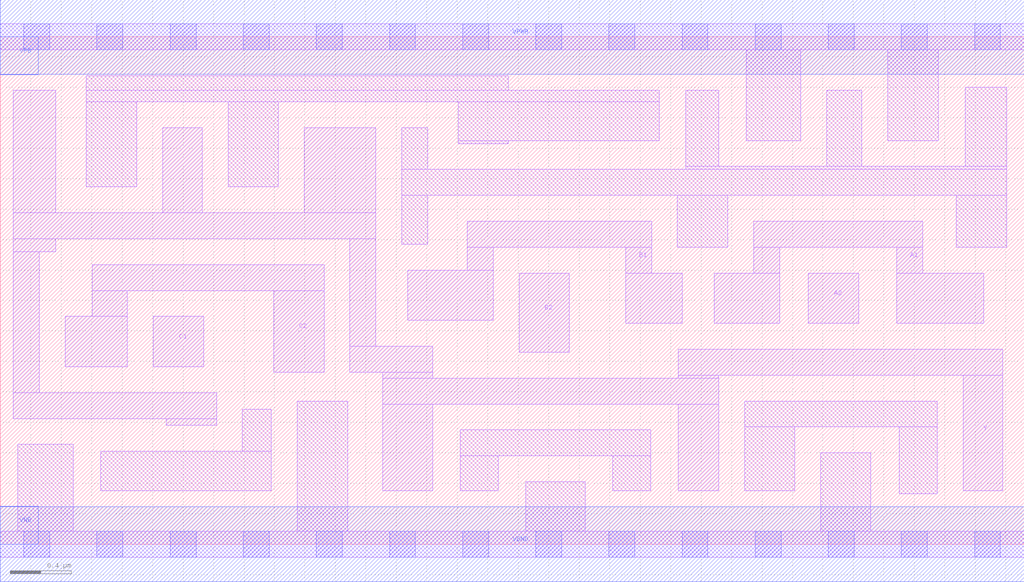
<source format=lef>
# Copyright 2020 The SkyWater PDK Authors
#
# Licensed under the Apache License, Version 2.0 (the "License");
# you may not use this file except in compliance with the License.
# You may obtain a copy of the License at
#
#     https://www.apache.org/licenses/LICENSE-2.0
#
# Unless required by applicable law or agreed to in writing, software
# distributed under the License is distributed on an "AS IS" BASIS,
# WITHOUT WARRANTIES OR CONDITIONS OF ANY KIND, either express or implied.
# See the License for the specific language governing permissions and
# limitations under the License.
#
# SPDX-License-Identifier: Apache-2.0

VERSION 5.5 ;
NAMESCASESENSITIVE ON ;
BUSBITCHARS "[]" ;
DIVIDERCHAR "/" ;
MACRO sky130_fd_sc_hs__a222oi_2
  CLASS CORE ;
  SOURCE USER ;
  ORIGIN  0.000000  0.000000 ;
  SIZE  6.720000 BY  3.330000 ;
  SYMMETRY X Y ;
  SITE unit ;
  PIN A1
    ANTENNAGATEAREA  0.492000 ;
    DIRECTION INPUT ;
    USE SIGNAL ;
    PORT
      LAYER li1 ;
        RECT 4.685000 1.450000 5.115000 1.780000 ;
        RECT 4.945000 1.780000 5.115000 1.950000 ;
        RECT 4.945000 1.950000 6.055000 2.120000 ;
        RECT 5.885000 1.450000 6.455000 1.780000 ;
        RECT 5.885000 1.780000 6.055000 1.950000 ;
    END
  END A1
  PIN A2
    ANTENNAGATEAREA  0.492000 ;
    DIRECTION INPUT ;
    USE SIGNAL ;
    PORT
      LAYER li1 ;
        RECT 5.305000 1.450000 5.635000 1.780000 ;
    END
  END A2
  PIN B1
    ANTENNAGATEAREA  0.492000 ;
    DIRECTION INPUT ;
    USE SIGNAL ;
    PORT
      LAYER li1 ;
        RECT 2.675000 1.470000 3.235000 1.800000 ;
        RECT 3.065000 1.800000 3.235000 1.950000 ;
        RECT 3.065000 1.950000 4.275000 2.120000 ;
        RECT 4.105000 1.450000 4.475000 1.780000 ;
        RECT 4.105000 1.780000 4.275000 1.950000 ;
    END
  END B1
  PIN B2
    ANTENNAGATEAREA  0.492000 ;
    DIRECTION INPUT ;
    USE SIGNAL ;
    PORT
      LAYER li1 ;
        RECT 3.405000 1.260000 3.735000 1.780000 ;
    END
  END B2
  PIN C1
    ANTENNAGATEAREA  0.492000 ;
    DIRECTION INPUT ;
    USE SIGNAL ;
    PORT
      LAYER li1 ;
        RECT 1.005000 1.165000 1.335000 1.495000 ;
    END
  END C1
  PIN C2
    ANTENNAGATEAREA  0.492000 ;
    DIRECTION INPUT ;
    USE SIGNAL ;
    PORT
      LAYER li1 ;
        RECT 0.425000 1.165000 0.835000 1.495000 ;
        RECT 0.605000 1.495000 0.835000 1.665000 ;
        RECT 0.605000 1.665000 2.125000 1.835000 ;
        RECT 1.795000 1.130000 2.125000 1.665000 ;
    END
  END C2
  PIN Y
    ANTENNADIFFAREA  1.693200 ;
    DIRECTION OUTPUT ;
    USE SIGNAL ;
    PORT
      LAYER li1 ;
        RECT 0.085000 0.825000 1.420000 0.995000 ;
        RECT 0.085000 0.995000 0.255000 1.920000 ;
        RECT 0.085000 1.920000 0.365000 2.005000 ;
        RECT 0.085000 2.005000 2.465000 2.175000 ;
        RECT 0.085000 2.175000 0.365000 2.980000 ;
        RECT 1.065000 2.175000 1.325000 2.735000 ;
        RECT 1.090000 0.780000 1.420000 0.825000 ;
        RECT 1.995000 2.175000 2.465000 2.735000 ;
        RECT 2.295000 1.130000 2.840000 1.300000 ;
        RECT 2.295000 1.300000 2.465000 2.005000 ;
        RECT 2.510000 0.350000 2.840000 0.920000 ;
        RECT 2.510000 0.920000 4.715000 1.090000 ;
        RECT 2.510000 1.090000 2.840000 1.130000 ;
        RECT 4.450000 0.350000 4.715000 0.920000 ;
        RECT 4.450000 1.090000 4.715000 1.110000 ;
        RECT 4.450000 1.110000 6.580000 1.280000 ;
        RECT 6.320000 0.350000 6.580000 1.110000 ;
    END
  END Y
  PIN VGND
    DIRECTION INOUT ;
    USE GROUND ;
    PORT
      LAYER met1 ;
        RECT 0.000000 -0.245000 6.720000 0.245000 ;
    END
  END VGND
  PIN VNB
    DIRECTION INOUT ;
    USE GROUND ;
    PORT
    END
  END VNB
  PIN VPB
    DIRECTION INOUT ;
    USE POWER ;
    PORT
    END
  END VPB
  PIN VNB
    DIRECTION INOUT ;
    USE GROUND ;
    PORT
      LAYER met1 ;
        RECT 0.000000 0.000000 0.250000 0.250000 ;
    END
  END VNB
  PIN VPB
    DIRECTION INOUT ;
    USE POWER ;
    PORT
      LAYER met1 ;
        RECT 0.000000 3.080000 0.250000 3.330000 ;
    END
  END VPB
  PIN VPWR
    DIRECTION INOUT ;
    USE POWER ;
    PORT
      LAYER met1 ;
        RECT 0.000000 3.085000 6.720000 3.575000 ;
    END
  END VPWR
  OBS
    LAYER li1 ;
      RECT 0.000000 -0.085000 6.720000 0.085000 ;
      RECT 0.000000  3.245000 6.720000 3.415000 ;
      RECT 0.115000  0.085000 0.480000 0.655000 ;
      RECT 0.565000  2.345000 0.895000 2.905000 ;
      RECT 0.565000  2.905000 4.325000 2.980000 ;
      RECT 0.565000  2.980000 3.335000 3.075000 ;
      RECT 0.660000  0.350000 1.780000 0.610000 ;
      RECT 1.495000  2.345000 1.825000 2.905000 ;
      RECT 1.590000  0.610000 1.780000 0.885000 ;
      RECT 1.950000  0.085000 2.280000 0.940000 ;
      RECT 2.635000  1.970000 2.805000 2.290000 ;
      RECT 2.635000  2.290000 6.605000 2.460000 ;
      RECT 2.635000  2.460000 2.805000 2.735000 ;
      RECT 3.005000  2.630000 3.335000 2.650000 ;
      RECT 3.005000  2.650000 4.325000 2.905000 ;
      RECT 3.020000  0.350000 3.270000 0.580000 ;
      RECT 3.020000  0.580000 4.270000 0.750000 ;
      RECT 3.450000  0.085000 3.840000 0.410000 ;
      RECT 4.020000  0.350000 4.270000 0.580000 ;
      RECT 4.445000  1.950000 4.775000 2.290000 ;
      RECT 4.500000  2.460000 6.605000 2.480000 ;
      RECT 4.500000  2.480000 4.715000 2.980000 ;
      RECT 4.885000  0.350000 5.215000 0.770000 ;
      RECT 4.885000  0.770000 6.150000 0.940000 ;
      RECT 4.895000  2.650000 5.255000 3.245000 ;
      RECT 5.385000  0.085000 5.715000 0.600000 ;
      RECT 5.425000  2.480000 5.655000 2.980000 ;
      RECT 5.825000  2.650000 6.155000 3.245000 ;
      RECT 5.900000  0.330000 6.150000 0.770000 ;
      RECT 6.275000  1.950000 6.605000 2.290000 ;
      RECT 6.335000  2.480000 6.605000 3.000000 ;
    LAYER mcon ;
      RECT 0.155000 -0.085000 0.325000 0.085000 ;
      RECT 0.155000  3.245000 0.325000 3.415000 ;
      RECT 0.635000 -0.085000 0.805000 0.085000 ;
      RECT 0.635000  3.245000 0.805000 3.415000 ;
      RECT 1.115000 -0.085000 1.285000 0.085000 ;
      RECT 1.115000  3.245000 1.285000 3.415000 ;
      RECT 1.595000 -0.085000 1.765000 0.085000 ;
      RECT 1.595000  3.245000 1.765000 3.415000 ;
      RECT 2.075000 -0.085000 2.245000 0.085000 ;
      RECT 2.075000  3.245000 2.245000 3.415000 ;
      RECT 2.555000 -0.085000 2.725000 0.085000 ;
      RECT 2.555000  3.245000 2.725000 3.415000 ;
      RECT 3.035000 -0.085000 3.205000 0.085000 ;
      RECT 3.035000  3.245000 3.205000 3.415000 ;
      RECT 3.515000 -0.085000 3.685000 0.085000 ;
      RECT 3.515000  3.245000 3.685000 3.415000 ;
      RECT 3.995000 -0.085000 4.165000 0.085000 ;
      RECT 3.995000  3.245000 4.165000 3.415000 ;
      RECT 4.475000 -0.085000 4.645000 0.085000 ;
      RECT 4.475000  3.245000 4.645000 3.415000 ;
      RECT 4.955000 -0.085000 5.125000 0.085000 ;
      RECT 4.955000  3.245000 5.125000 3.415000 ;
      RECT 5.435000 -0.085000 5.605000 0.085000 ;
      RECT 5.435000  3.245000 5.605000 3.415000 ;
      RECT 5.915000 -0.085000 6.085000 0.085000 ;
      RECT 5.915000  3.245000 6.085000 3.415000 ;
      RECT 6.395000 -0.085000 6.565000 0.085000 ;
      RECT 6.395000  3.245000 6.565000 3.415000 ;
  END
END sky130_fd_sc_hs__a222oi_2
END LIBRARY

</source>
